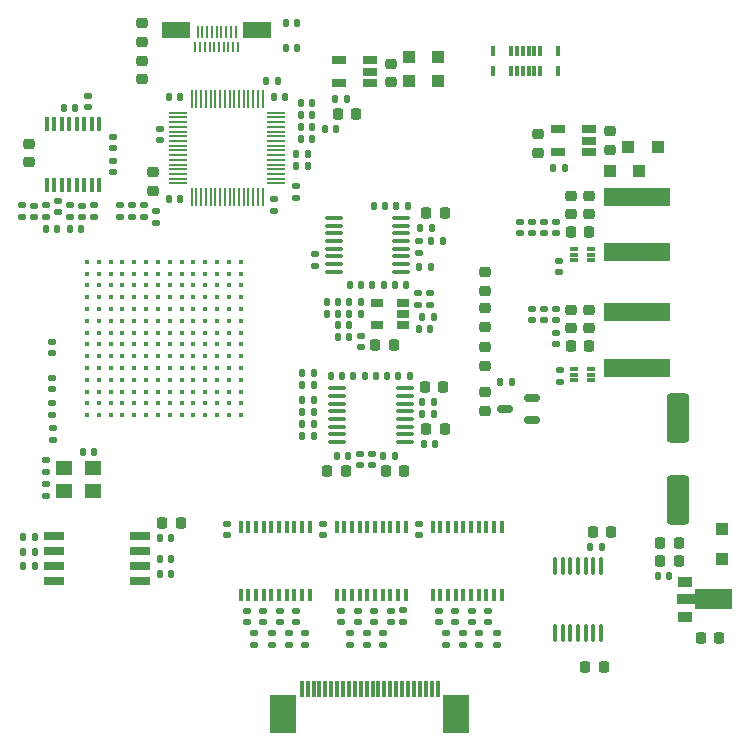
<source format=gbr>
%TF.GenerationSoftware,KiCad,Pcbnew,8.0.7*%
%TF.CreationDate,2025-01-06T22:32:21+01:00*%
%TF.ProjectId,hd_64_v0,68645f36-345f-4763-902e-6b696361645f,0.2*%
%TF.SameCoordinates,PX4737720PY55fe290*%
%TF.FileFunction,Paste,Top*%
%TF.FilePolarity,Positive*%
%FSLAX46Y46*%
G04 Gerber Fmt 4.6, Leading zero omitted, Abs format (unit mm)*
G04 Created by KiCad (PCBNEW 8.0.7) date 2025-01-06 22:32:21*
%MOMM*%
%LPD*%
G01*
G04 APERTURE LIST*
G04 Aperture macros list*
%AMRoundRect*
0 Rectangle with rounded corners*
0 $1 Rounding radius*
0 $2 $3 $4 $5 $6 $7 $8 $9 X,Y pos of 4 corners*
0 Add a 4 corners polygon primitive as box body*
4,1,4,$2,$3,$4,$5,$6,$7,$8,$9,$2,$3,0*
0 Add four circle primitives for the rounded corners*
1,1,$1+$1,$2,$3*
1,1,$1+$1,$4,$5*
1,1,$1+$1,$6,$7*
1,1,$1+$1,$8,$9*
0 Add four rect primitives between the rounded corners*
20,1,$1+$1,$2,$3,$4,$5,0*
20,1,$1+$1,$4,$5,$6,$7,0*
20,1,$1+$1,$6,$7,$8,$9,0*
20,1,$1+$1,$8,$9,$2,$3,0*%
%AMFreePoly0*
4,1,9,3.862500,-0.866500,0.737500,-0.866500,0.737500,-0.450000,-0.737500,-0.450000,-0.737500,0.450000,0.737500,0.450000,0.737500,0.866500,3.862500,0.866500,3.862500,-0.866500,3.862500,-0.866500,$1*%
G04 Aperture macros list end*
%ADD10RoundRect,0.218750X0.256250X-0.218750X0.256250X0.218750X-0.256250X0.218750X-0.256250X-0.218750X0*%
%ADD11RoundRect,0.147500X0.172500X-0.147500X0.172500X0.147500X-0.172500X0.147500X-0.172500X-0.147500X0*%
%ADD12RoundRect,0.147500X-0.172500X0.147500X-0.172500X-0.147500X0.172500X-0.147500X0.172500X0.147500X0*%
%ADD13RoundRect,0.150000X0.512500X0.150000X-0.512500X0.150000X-0.512500X-0.150000X0.512500X-0.150000X0*%
%ADD14RoundRect,0.147500X-0.147500X-0.172500X0.147500X-0.172500X0.147500X0.172500X-0.147500X0.172500X0*%
%ADD15RoundRect,0.147500X0.147500X0.172500X-0.147500X0.172500X-0.147500X-0.172500X0.147500X-0.172500X0*%
%ADD16R,0.400000X1.000000*%
%ADD17RoundRect,0.100000X0.637500X0.100000X-0.637500X0.100000X-0.637500X-0.100000X0.637500X-0.100000X0*%
%ADD18R,1.300000X0.900000*%
%ADD19FreePoly0,0.000000*%
%ADD20RoundRect,0.218750X-0.218750X-0.256250X0.218750X-0.256250X0.218750X0.256250X-0.218750X0.256250X0*%
%ADD21R,0.400000X1.200000*%
%ADD22R,2.200000X3.300000*%
%ADD23R,0.300000X1.400000*%
%ADD24RoundRect,0.100000X-0.637500X-0.100000X0.637500X-0.100000X0.637500X0.100000X-0.637500X0.100000X0*%
%ADD25R,1.000000X1.000000*%
%ADD26R,5.700000X1.600000*%
%ADD27RoundRect,0.250000X-0.700000X1.825000X-0.700000X-1.825000X0.700000X-1.825000X0.700000X1.825000X0*%
%ADD28R,1.060000X0.650000*%
%ADD29RoundRect,0.218750X0.218750X0.256250X-0.218750X0.256250X-0.218750X-0.256250X0.218750X-0.256250X0*%
%ADD30R,0.304800X0.863600*%
%ADD31RoundRect,0.218750X-0.256250X0.218750X-0.256250X-0.218750X0.256250X-0.218750X0.256250X0.218750X0*%
%ADD32R,0.700000X0.340000*%
%ADD33R,1.400000X1.200000*%
%ADD34RoundRect,0.062500X0.687500X0.062500X-0.687500X0.062500X-0.687500X-0.062500X0.687500X-0.062500X0*%
%ADD35RoundRect,0.062500X0.062500X0.687500X-0.062500X0.687500X-0.062500X-0.687500X0.062500X-0.687500X0*%
%ADD36R,1.220000X0.650000*%
%ADD37R,1.700000X0.650000*%
%ADD38C,0.450000*%
%ADD39R,0.230000X0.850000*%
%ADD40R,0.230000X1.000000*%
%ADD41R,2.400000X1.380000*%
%ADD42RoundRect,0.100000X0.100000X-0.637500X0.100000X0.637500X-0.100000X0.637500X-0.100000X-0.637500X0*%
G04 APERTURE END LIST*
D10*
X2924000Y49082500D03*
X2924000Y50657500D03*
D11*
X36888500Y37036000D03*
X36888500Y38006000D03*
D12*
X33528000Y11130000D03*
X33528000Y10160000D03*
D11*
X4826000Y27709000D03*
X4826000Y28679000D03*
D12*
X38989000Y11130000D03*
X38989000Y10160000D03*
X30099000Y9225000D03*
X30099000Y8255000D03*
D13*
X45460500Y27244000D03*
X45460500Y29144000D03*
X43185500Y28194000D03*
D14*
X2436000Y17399000D03*
X3406000Y17399000D03*
D15*
X29949000Y24257000D03*
X28979000Y24257000D03*
D10*
X52093000Y50139500D03*
X52093000Y51714500D03*
D16*
X28952000Y12444000D03*
X29602000Y12444000D03*
X30252000Y12444000D03*
X30902000Y12444000D03*
X31552000Y12444000D03*
X32202000Y12444000D03*
X32852000Y12444000D03*
X33502000Y12444000D03*
X34152000Y12444000D03*
X34802000Y12444000D03*
X34802000Y18244000D03*
X34152000Y18244000D03*
X33502000Y18244000D03*
X32852000Y18244000D03*
X32202000Y18244000D03*
X31552000Y18244000D03*
X30902000Y18244000D03*
X30252000Y18244000D03*
X29602000Y18244000D03*
X28952000Y18244000D03*
D17*
X34739500Y25411000D03*
X34739500Y26061000D03*
X34739500Y26711000D03*
X34739500Y27361000D03*
X34739500Y28011000D03*
X34739500Y28661000D03*
X34739500Y29311000D03*
X34739500Y29961000D03*
X29014500Y29961000D03*
X29014500Y29311000D03*
X29014500Y28661000D03*
X29014500Y28011000D03*
X29014500Y27361000D03*
X29014500Y26711000D03*
X29014500Y26061000D03*
X29014500Y25411000D03*
D12*
X30929500Y24402000D03*
X30929500Y23432000D03*
D15*
X24615000Y54610000D03*
X23645000Y54610000D03*
D18*
X58476500Y13589000D03*
D19*
X58564000Y12089000D03*
D18*
X58476500Y10589000D03*
D12*
X25527000Y11130000D03*
X25527000Y10160000D03*
D15*
X51412000Y16510000D03*
X50442000Y16510000D03*
D11*
X5334000Y44854000D03*
X5334000Y45824000D03*
D15*
X37188000Y27813000D03*
X36218000Y27813000D03*
D20*
X56362500Y16891000D03*
X57937500Y16891000D03*
D12*
X42545000Y9225000D03*
X42545000Y8255000D03*
D20*
X33121500Y22987000D03*
X34696500Y22987000D03*
D14*
X28139000Y36270000D03*
X29109000Y36270000D03*
D21*
X4401500Y47170000D03*
X5036500Y47170000D03*
X5671500Y47170000D03*
X6306500Y47170000D03*
X6941500Y47170000D03*
X7576500Y47170000D03*
X8211500Y47170000D03*
X8846500Y47170000D03*
X8846500Y52370000D03*
X8211500Y52370000D03*
X7576500Y52370000D03*
X6941500Y52370000D03*
X6306500Y52370000D03*
X5671500Y52370000D03*
X5036500Y52370000D03*
X4401500Y52370000D03*
D22*
X24400000Y2407500D03*
X39100000Y2407500D03*
D23*
X26000000Y4477500D03*
X26500000Y4477500D03*
X27000000Y4477500D03*
X27500000Y4477500D03*
X28000000Y4477500D03*
X28500000Y4477500D03*
X29000000Y4477500D03*
X29500000Y4477500D03*
X30000000Y4477500D03*
X30500000Y4477500D03*
X31000000Y4477500D03*
X31500000Y4477500D03*
X32000000Y4477500D03*
X32500000Y4477500D03*
X33000000Y4477500D03*
X33500000Y4477500D03*
X34000000Y4477500D03*
X34500000Y4477500D03*
X35000000Y4477500D03*
X35500000Y4477500D03*
X36000000Y4477500D03*
X36500000Y4477500D03*
X37000000Y4477500D03*
X37500000Y4477500D03*
D12*
X30734000Y11130000D03*
X30734000Y10160000D03*
D15*
X27028000Y28956000D03*
X26058000Y28956000D03*
D24*
X28692000Y44368000D03*
X28692000Y43718000D03*
X28692000Y43068000D03*
X28692000Y42418000D03*
X28692000Y41768000D03*
X28692000Y41118000D03*
X28692000Y40468000D03*
X28692000Y39818000D03*
X34417000Y39818000D03*
X34417000Y40468000D03*
X34417000Y41118000D03*
X34417000Y41768000D03*
X34417000Y42418000D03*
X34417000Y43068000D03*
X34417000Y43718000D03*
X34417000Y44368000D03*
D12*
X7386000Y45429000D03*
X7386000Y44459000D03*
D25*
X61595000Y18014000D03*
X61595000Y15514000D03*
D26*
X54399000Y41465000D03*
X54399000Y46165000D03*
D15*
X26520000Y48768000D03*
X25550000Y48768000D03*
X34833500Y38664000D03*
X33863500Y38664000D03*
D20*
X28168500Y22987000D03*
X29743500Y22987000D03*
D14*
X29039000Y34270000D03*
X30009000Y34270000D03*
D15*
X29822000Y54483000D03*
X28852000Y54483000D03*
D12*
X29337000Y11130000D03*
X29337000Y10160000D03*
D27*
X57872500Y27478000D03*
X57872500Y20528000D03*
D10*
X41529000Y35153500D03*
X41529000Y36728500D03*
D14*
X23010000Y56007000D03*
X23980000Y56007000D03*
D20*
X36423500Y30099000D03*
X37998500Y30099000D03*
D25*
X53657000Y50419000D03*
X56157000Y50419000D03*
D15*
X36934000Y40259000D03*
X35964000Y40259000D03*
D28*
X34559500Y35301000D03*
X34559500Y36251000D03*
X34559500Y37201000D03*
X32359500Y37201000D03*
X32359500Y35301000D03*
D29*
X38125500Y44760000D03*
X36550500Y44760000D03*
D12*
X23624000Y45955000D03*
X23624000Y44985000D03*
D14*
X26058000Y26924000D03*
X27028000Y26924000D03*
D11*
X19685000Y17526000D03*
X19685000Y18496000D03*
D30*
X47708000Y56793000D03*
X46208000Y56793000D03*
X45708001Y56793000D03*
X45208000Y56793000D03*
X44708000Y56793000D03*
X44207999Y56793000D03*
X43708000Y56793000D03*
X42208000Y56793000D03*
X42208000Y58523000D03*
X43708000Y58523000D03*
X44207999Y58523000D03*
X44708000Y58523000D03*
X45208000Y58523000D03*
X45708001Y58523000D03*
X46208000Y58523000D03*
X47708000Y58523000D03*
D15*
X5311000Y43434000D03*
X4341000Y43434000D03*
D11*
X47541000Y43076000D03*
X47541000Y44046000D03*
D15*
X15725000Y54610000D03*
X14755000Y54610000D03*
D14*
X32916000Y24257000D03*
X33886000Y24257000D03*
D20*
X50647500Y17780000D03*
X52222500Y17780000D03*
D15*
X48280000Y48641000D03*
X47310000Y48641000D03*
X33251000Y30988000D03*
X32281000Y30988000D03*
D14*
X28139000Y37270000D03*
X29109000Y37270000D03*
D12*
X4318000Y21821000D03*
X4318000Y20851000D03*
X26289000Y9225000D03*
X26289000Y8255000D03*
D20*
X48785500Y43180000D03*
X50360500Y43180000D03*
D15*
X36992500Y43490000D03*
X36022500Y43490000D03*
X26520000Y49784000D03*
X25550000Y49784000D03*
D12*
X4924000Y26555000D03*
X4924000Y25585000D03*
D31*
X50335000Y46253500D03*
X50335000Y44678500D03*
D15*
X27028000Y31242000D03*
X26058000Y31242000D03*
D20*
X56362500Y15367000D03*
X57937500Y15367000D03*
D12*
X2286000Y45443000D03*
X2286000Y44473000D03*
D11*
X10053000Y50301000D03*
X10053000Y51271000D03*
D12*
X21971000Y9225000D03*
X21971000Y8255000D03*
D10*
X41529000Y38201500D03*
X41529000Y39776500D03*
D15*
X26901000Y52070000D03*
X25931000Y52070000D03*
D12*
X24892000Y9225000D03*
X24892000Y8255000D03*
D15*
X57127000Y14097000D03*
X56157000Y14097000D03*
D20*
X29057500Y53213000D03*
X30632500Y53213000D03*
D15*
X35156000Y30988000D03*
X34186000Y30988000D03*
D12*
X13624000Y44955000D03*
X13624000Y43985000D03*
X30988000Y34394000D03*
X30988000Y33424000D03*
D29*
X51587500Y6350000D03*
X50012500Y6350000D03*
D15*
X31346000Y30988000D03*
X30376000Y30988000D03*
D12*
X6350000Y45443000D03*
X6350000Y44473000D03*
D15*
X32928500Y38664000D03*
X31958500Y38664000D03*
D32*
X50534000Y40775000D03*
X50534000Y41275000D03*
X50534000Y41775000D03*
X49034000Y41775000D03*
X49034000Y41275000D03*
X49034000Y40775000D03*
D10*
X12446000Y56108500D03*
X12446000Y57683500D03*
D11*
X27813000Y17526000D03*
X27813000Y18496000D03*
D15*
X28933000Y51943000D03*
X27963000Y51943000D03*
D12*
X41783000Y11130000D03*
X41783000Y10160000D03*
D33*
X5912000Y21275000D03*
X8312000Y21275000D03*
X8312000Y23175000D03*
X5912000Y23175000D03*
D12*
X27109500Y41308000D03*
X27109500Y40338000D03*
D14*
X33990500Y45395000D03*
X34960500Y45395000D03*
D15*
X15709000Y45970000D03*
X14739000Y45970000D03*
X26901000Y54102000D03*
X25931000Y54102000D03*
D10*
X33528000Y55854500D03*
X33528000Y57429500D03*
D12*
X32893000Y9225000D03*
X32893000Y8255000D03*
D15*
X37315000Y25273000D03*
X36345000Y25273000D03*
D29*
X33807500Y33655000D03*
X32232500Y33655000D03*
D14*
X2436000Y16129000D03*
X3406000Y16129000D03*
X36980000Y42418000D03*
X37950000Y42418000D03*
D12*
X11624000Y45455000D03*
X11624000Y44485000D03*
X10624000Y45455000D03*
X10624000Y44485000D03*
D31*
X41529000Y33426500D03*
X41529000Y31851500D03*
D12*
X45466000Y36680000D03*
X45466000Y35710000D03*
X41021000Y9225000D03*
X41021000Y8255000D03*
D34*
X23860000Y47292000D03*
X23860000Y47692000D03*
X23860000Y48092000D03*
X23860000Y48492000D03*
X23860000Y48892000D03*
X23860000Y49292000D03*
X23860000Y49692000D03*
X23860000Y50092000D03*
X23860000Y50492000D03*
X23860000Y50892000D03*
X23860000Y51292000D03*
X23860000Y51692000D03*
X23860000Y52092000D03*
X23860000Y52492000D03*
X23860000Y52892000D03*
X23860000Y53292000D03*
D35*
X22685000Y54467000D03*
X22285000Y54467000D03*
X21885000Y54467000D03*
X21485000Y54467000D03*
X21085000Y54467000D03*
X20685000Y54467000D03*
X20285000Y54467000D03*
X19885000Y54467000D03*
X19485000Y54467000D03*
X19085000Y54467000D03*
X18685000Y54467000D03*
X18285000Y54467000D03*
X17885000Y54467000D03*
X17485000Y54467000D03*
X17085000Y54467000D03*
X16685000Y54467000D03*
D34*
X15510000Y53292000D03*
X15510000Y52892000D03*
X15510000Y52492000D03*
X15510000Y52092000D03*
X15510000Y51692000D03*
X15510000Y51292000D03*
X15510000Y50892000D03*
X15510000Y50492000D03*
X15510000Y50092000D03*
X15510000Y49692000D03*
X15510000Y49292000D03*
X15510000Y48892000D03*
X15510000Y48492000D03*
X15510000Y48092000D03*
X15510000Y47692000D03*
X15510000Y47292000D03*
D35*
X16685000Y46117000D03*
X17085000Y46117000D03*
X17485000Y46117000D03*
X17885000Y46117000D03*
X18285000Y46117000D03*
X18685000Y46117000D03*
X19085000Y46117000D03*
X19485000Y46117000D03*
X19885000Y46117000D03*
X20285000Y46117000D03*
X20685000Y46117000D03*
X21085000Y46117000D03*
X21485000Y46117000D03*
X21885000Y46117000D03*
X22285000Y46117000D03*
X22685000Y46117000D03*
D12*
X3324000Y45429000D03*
X3324000Y44459000D03*
D20*
X36550500Y26543000D03*
X38125500Y26543000D03*
D12*
X47879000Y31473000D03*
X47879000Y30503000D03*
X37592000Y11130000D03*
X37592000Y10160000D03*
D10*
X46017000Y49885500D03*
X46017000Y51460500D03*
D11*
X34544000Y10183000D03*
X34544000Y11153000D03*
D12*
X31945500Y24402000D03*
X31945500Y23432000D03*
D36*
X31790000Y55819000D03*
X31790000Y56769000D03*
X31790000Y57719000D03*
X29170000Y57719000D03*
X29170000Y55819000D03*
D12*
X7874000Y54714000D03*
X7874000Y53744000D03*
X35872500Y38006000D03*
X35872500Y37036000D03*
X31496000Y9225000D03*
X31496000Y8255000D03*
D31*
X50335000Y36601500D03*
X50335000Y35026500D03*
D15*
X29441000Y30988000D03*
X28471000Y30988000D03*
D14*
X24661000Y60870000D03*
X25631000Y60870000D03*
D15*
X27028000Y30226000D03*
X26058000Y30226000D03*
D25*
X35072000Y58039000D03*
X37572000Y58039000D03*
D11*
X13970000Y50973000D03*
X13970000Y51943000D03*
D12*
X38227000Y9225000D03*
X38227000Y8255000D03*
X32131000Y11130000D03*
X32131000Y10160000D03*
D37*
X5024000Y17410000D03*
X5024000Y16140000D03*
X5024000Y14870000D03*
X5024000Y13600000D03*
X12324000Y13600000D03*
X12324000Y14870000D03*
X12324000Y16140000D03*
X12324000Y17410000D03*
D14*
X25931000Y51054000D03*
X26901000Y51054000D03*
D12*
X40386000Y11130000D03*
X40386000Y10160000D03*
X22733000Y11130000D03*
X22733000Y10160000D03*
D11*
X47541000Y33678000D03*
X47541000Y34648000D03*
D15*
X37188000Y28829000D03*
X36218000Y28829000D03*
D10*
X12446000Y59283500D03*
X12446000Y60858500D03*
D12*
X44450000Y44046000D03*
X44450000Y43076000D03*
D38*
X20824000Y27670000D03*
X19824000Y27670000D03*
X18824000Y27670000D03*
X17824000Y27670000D03*
X16824000Y27670000D03*
X15824000Y27670000D03*
X14824000Y27670000D03*
X13824000Y27670000D03*
X12824000Y27670000D03*
X11824000Y27670000D03*
X10824000Y27670000D03*
X9824000Y27670000D03*
X8824000Y27670000D03*
X7824000Y27670000D03*
X20824000Y28670000D03*
X19824000Y28670000D03*
X18824000Y28670000D03*
X17824000Y28670000D03*
X16824000Y28670000D03*
X15824000Y28670000D03*
X14824000Y28670000D03*
X13824000Y28670000D03*
X12824000Y28670000D03*
X11824000Y28670000D03*
X10824000Y28670000D03*
X9824000Y28670000D03*
X8824000Y28670000D03*
X7824000Y28670000D03*
X20824000Y29670000D03*
X19824000Y29670000D03*
X18824000Y29670000D03*
X17824000Y29670000D03*
X16824000Y29670000D03*
X15824000Y29670000D03*
X14824000Y29670000D03*
X13824000Y29670000D03*
X12824000Y29670000D03*
X11824000Y29670000D03*
X10824000Y29670000D03*
X9824000Y29670000D03*
X8824000Y29670000D03*
X7824000Y29670000D03*
X20824000Y30670000D03*
X19824000Y30670000D03*
X18824000Y30670000D03*
X17824000Y30670000D03*
X16824000Y30670000D03*
X15824000Y30670000D03*
X14824000Y30670000D03*
X13824000Y30670000D03*
X12824000Y30670000D03*
X11824000Y30670000D03*
X10824000Y30670000D03*
X9824000Y30670000D03*
X8824000Y30670000D03*
X7824000Y30670000D03*
X20824000Y31670000D03*
X19824000Y31670000D03*
X18824000Y31670000D03*
X17824000Y31670000D03*
X16824000Y31670000D03*
X15824000Y31670000D03*
X14824000Y31670000D03*
X13824000Y31670000D03*
X12824000Y31670000D03*
X11824000Y31670000D03*
X10824000Y31670000D03*
X9824000Y31670000D03*
X8824000Y31670000D03*
X7824000Y31670000D03*
X20824000Y32670000D03*
X19824000Y32670000D03*
X18824000Y32670000D03*
X17824000Y32670000D03*
X16824000Y32670000D03*
X15824000Y32670000D03*
X14824000Y32670000D03*
X13824000Y32670000D03*
X12824000Y32670000D03*
X11824000Y32670000D03*
X10824000Y32670000D03*
X9824000Y32670000D03*
X8824000Y32670000D03*
X7824000Y32670000D03*
X20824000Y33670000D03*
X19824000Y33670000D03*
X18824000Y33670000D03*
X17824000Y33670000D03*
X16824000Y33670000D03*
X15824000Y33670000D03*
X14824000Y33670000D03*
X13824000Y33670000D03*
X12824000Y33670000D03*
X11824000Y33670000D03*
X10824000Y33670000D03*
X9824000Y33670000D03*
X8824000Y33670000D03*
X7824000Y33670000D03*
X20824000Y34670000D03*
X19824000Y34670000D03*
X18824000Y34670000D03*
X17824000Y34670000D03*
X16824000Y34670000D03*
X15824000Y34670000D03*
X14824000Y34670000D03*
X13824000Y34670000D03*
X12824000Y34670000D03*
X11824000Y34670000D03*
X10824000Y34670000D03*
X9824000Y34670000D03*
X8824000Y34670000D03*
X7824000Y34670000D03*
X20824000Y35670000D03*
X19824000Y35670000D03*
X18824000Y35670000D03*
X17824000Y35670000D03*
X16824000Y35670000D03*
X15824000Y35670000D03*
X14824000Y35670000D03*
X13824000Y35670000D03*
X12824000Y35670000D03*
X11824000Y35670000D03*
X10824000Y35670000D03*
X9824000Y35670000D03*
X8824000Y35670000D03*
X7824000Y35670000D03*
X20824000Y36670000D03*
X19824000Y36670000D03*
X18824000Y36670000D03*
X17824000Y36670000D03*
X16824000Y36670000D03*
X15824000Y36670000D03*
X14824000Y36670000D03*
X13824000Y36670000D03*
X12824000Y36670000D03*
X11824000Y36670000D03*
X10824000Y36670000D03*
X9824000Y36670000D03*
X8824000Y36670000D03*
X7824000Y36670000D03*
X20824000Y37670000D03*
X19824000Y37670000D03*
X18824000Y37670000D03*
X17824000Y37670000D03*
X16824000Y37670000D03*
X15824000Y37670000D03*
X14824000Y37670000D03*
X13824000Y37670000D03*
X12824000Y37670000D03*
X11824000Y37670000D03*
X10824000Y37670000D03*
X9824000Y37670000D03*
X8824000Y37670000D03*
X7824000Y37670000D03*
X20824000Y38670000D03*
X19824000Y38670000D03*
X18824000Y38670000D03*
X17824000Y38670000D03*
X16824000Y38670000D03*
X15824000Y38670000D03*
X14824000Y38670000D03*
X13824000Y38670000D03*
X12824000Y38670000D03*
X11824000Y38670000D03*
X10824000Y38670000D03*
X9824000Y38670000D03*
X8824000Y38670000D03*
X7824000Y38670000D03*
X20824000Y39670000D03*
X19824000Y39670000D03*
X18824000Y39670000D03*
X17824000Y39670000D03*
X16824000Y39670000D03*
X15824000Y39670000D03*
X14824000Y39670000D03*
X13824000Y39670000D03*
X12824000Y39670000D03*
X11824000Y39670000D03*
X10824000Y39670000D03*
X9824000Y39670000D03*
X8824000Y39670000D03*
X7824000Y39670000D03*
X20824000Y40670000D03*
X19824000Y40670000D03*
X18824000Y40670000D03*
X17824000Y40670000D03*
X16824000Y40670000D03*
X15824000Y40670000D03*
X14824000Y40670000D03*
X13824000Y40670000D03*
X12824000Y40670000D03*
X11824000Y40670000D03*
X10824000Y40670000D03*
X9824000Y40670000D03*
X8824000Y40670000D03*
X7824000Y40670000D03*
D15*
X43792000Y30480000D03*
X42822000Y30480000D03*
D11*
X35941000Y17526000D03*
X35941000Y18496000D03*
D39*
X16996000Y58852000D03*
D40*
X17196000Y60077000D03*
D39*
X17396000Y58852000D03*
D40*
X17596000Y60077000D03*
D39*
X17796000Y58852000D03*
D40*
X17996000Y60077000D03*
D39*
X18196000Y58852000D03*
D40*
X18396000Y60077000D03*
D39*
X18596000Y58852000D03*
D40*
X18796000Y60077000D03*
D39*
X18996000Y58852000D03*
D40*
X19196000Y60077000D03*
D39*
X19396000Y58852000D03*
D40*
X19596000Y60077000D03*
D39*
X19796000Y58852000D03*
D40*
X19996000Y60077000D03*
D39*
X20196000Y58852000D03*
D40*
X20396000Y60077000D03*
D39*
X20596000Y58852000D03*
D41*
X22246000Y60267000D03*
X15346000Y60267000D03*
D14*
X24661000Y58801000D03*
X25631000Y58801000D03*
D15*
X31023500Y38664000D03*
X30053500Y38664000D03*
D14*
X7439000Y24570000D03*
X8409000Y24570000D03*
D32*
X50534000Y30615000D03*
X50534000Y31115000D03*
X50534000Y31615000D03*
X49034000Y31615000D03*
X49034000Y31115000D03*
X49034000Y30615000D03*
D11*
X46482000Y35710000D03*
X46482000Y36680000D03*
D31*
X48811000Y46253500D03*
X48811000Y44678500D03*
D11*
X4826000Y32916000D03*
X4826000Y33886000D03*
D15*
X14963000Y17272000D03*
X13993000Y17272000D03*
D20*
X48785500Y33528000D03*
X50360500Y33528000D03*
D12*
X12624000Y45455000D03*
X12624000Y44485000D03*
D14*
X35895500Y34981000D03*
X36865500Y34981000D03*
D15*
X37188000Y35997000D03*
X36218000Y35997000D03*
D12*
X4824000Y30855000D03*
X4824000Y29885000D03*
D42*
X47453000Y9202500D03*
X48103000Y9202500D03*
X48753000Y9202500D03*
X49403000Y9202500D03*
X50053000Y9202500D03*
X50703000Y9202500D03*
X51353000Y9202500D03*
X51353000Y14927500D03*
X50703000Y14927500D03*
X50053000Y14927500D03*
X49403000Y14927500D03*
X48753000Y14927500D03*
X48103000Y14927500D03*
X47453000Y14927500D03*
D31*
X41529000Y29616500D03*
X41529000Y28041500D03*
D14*
X32085500Y45395000D03*
X33055500Y45395000D03*
D15*
X31009000Y37270000D03*
X30039000Y37270000D03*
D25*
X52070000Y48387000D03*
X54570000Y48387000D03*
D36*
X50355000Y49977000D03*
X50355000Y50927000D03*
X50355000Y51877000D03*
X47735000Y51877000D03*
X47735000Y49977000D03*
D12*
X8382000Y45443000D03*
X8382000Y44473000D03*
X46482000Y44046000D03*
X46482000Y43076000D03*
D14*
X26058000Y27940000D03*
X27028000Y27940000D03*
D15*
X14963000Y14224000D03*
X13993000Y14224000D03*
D12*
X4318000Y45443000D03*
X4318000Y44473000D03*
D11*
X10053000Y48269000D03*
X10053000Y49239000D03*
D15*
X26901000Y53086000D03*
X25931000Y53086000D03*
D11*
X45466000Y43076000D03*
X45466000Y44046000D03*
D10*
X13424000Y46682500D03*
X13424000Y48257500D03*
D20*
X59791500Y8787000D03*
X61366500Y8787000D03*
D14*
X26058000Y25908000D03*
X27028000Y25908000D03*
D15*
X14963000Y15494000D03*
X13993000Y15494000D03*
D26*
X54399000Y31686000D03*
X54399000Y36386000D03*
D14*
X2436000Y14870000D03*
X3406000Y14870000D03*
D12*
X25524000Y47055000D03*
X25524000Y46085000D03*
D20*
X14198500Y18542000D03*
X15773500Y18542000D03*
D12*
X23495000Y9225000D03*
X23495000Y8255000D03*
D14*
X6350000Y43434000D03*
X7320000Y43434000D03*
D12*
X21336000Y11130000D03*
X21336000Y10160000D03*
X47498000Y36680000D03*
X47498000Y35710000D03*
D11*
X35941000Y41425000D03*
X35941000Y42395000D03*
D12*
X24130000Y11130000D03*
X24130000Y10160000D03*
D14*
X5865000Y53721000D03*
X6835000Y53721000D03*
D16*
X37080000Y12444000D03*
X37730000Y12444000D03*
X38380000Y12444000D03*
X39030000Y12444000D03*
X39680000Y12444000D03*
X40330000Y12444000D03*
X40980000Y12444000D03*
X41630000Y12444000D03*
X42280000Y12444000D03*
X42930000Y12444000D03*
X42930000Y18244000D03*
X42280000Y18244000D03*
X41630000Y18244000D03*
X40980000Y18244000D03*
X40330000Y18244000D03*
X39680000Y18244000D03*
X39030000Y18244000D03*
X38380000Y18244000D03*
X37730000Y18244000D03*
X37080000Y18244000D03*
D12*
X47752000Y40744000D03*
X47752000Y39774000D03*
X39624000Y9225000D03*
X39624000Y8255000D03*
D14*
X29039000Y35270000D03*
X30009000Y35270000D03*
D12*
X4318000Y23853000D03*
X4318000Y22883000D03*
D31*
X48811000Y36601500D03*
X48811000Y35026500D03*
D15*
X31009000Y36270000D03*
X30039000Y36270000D03*
D25*
X35072000Y56007000D03*
X37572000Y56007000D03*
D16*
X20824000Y12444000D03*
X21474000Y12444000D03*
X22124000Y12444000D03*
X22774000Y12444000D03*
X23424000Y12444000D03*
X24074000Y12444000D03*
X24724000Y12444000D03*
X25374000Y12444000D03*
X26024000Y12444000D03*
X26674000Y12444000D03*
X26674000Y18244000D03*
X26024000Y18244000D03*
X25374000Y18244000D03*
X24724000Y18244000D03*
X24074000Y18244000D03*
X23424000Y18244000D03*
X22774000Y18244000D03*
X22124000Y18244000D03*
X21474000Y18244000D03*
X20824000Y18244000D03*
M02*

</source>
